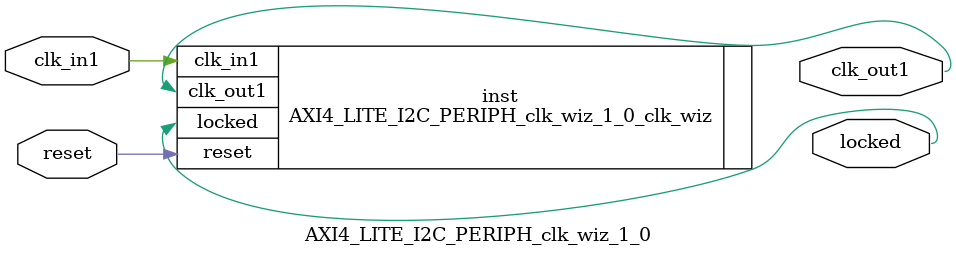
<source format=v>


`timescale 1ps/1ps

(* CORE_GENERATION_INFO = "AXI4_LITE_I2C_PERIPH_clk_wiz_1_0,clk_wiz_v6_0_6_0_0,{component_name=AXI4_LITE_I2C_PERIPH_clk_wiz_1_0,use_phase_alignment=true,use_min_o_jitter=false,use_max_i_jitter=false,use_dyn_phase_shift=false,use_inclk_switchover=false,use_dyn_reconfig=false,enable_axi=0,feedback_source=FDBK_AUTO,PRIMITIVE=MMCM,num_out_clk=1,clkin1_period=10.000,clkin2_period=10.000,use_power_down=false,use_reset=true,use_locked=true,use_inclk_stopped=false,feedback_type=SINGLE,CLOCK_MGR_TYPE=NA,manual_override=false}" *)

module AXI4_LITE_I2C_PERIPH_clk_wiz_1_0 
 (
  // Clock out ports
  output        clk_out1,
  // Status and control signals
  input         reset,
  output        locked,
 // Clock in ports
  input         clk_in1
 );

  AXI4_LITE_I2C_PERIPH_clk_wiz_1_0_clk_wiz inst
  (
  // Clock out ports  
  .clk_out1(clk_out1),
  // Status and control signals               
  .reset(reset), 
  .locked(locked),
 // Clock in ports
  .clk_in1(clk_in1)
  );

endmodule

</source>
